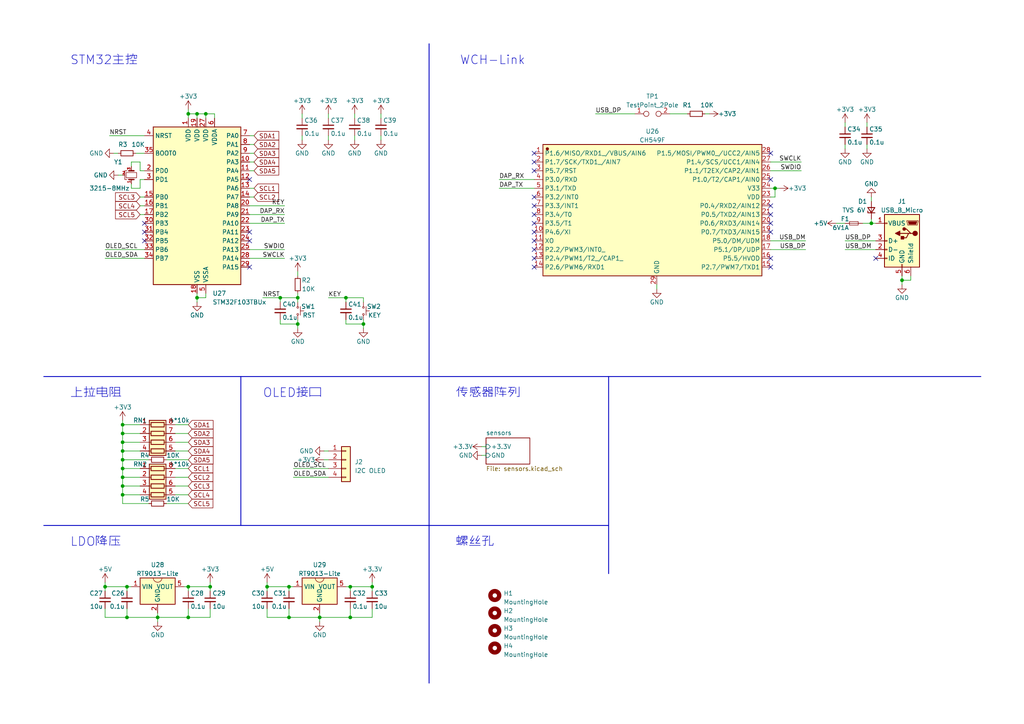
<source format=kicad_sch>
(kicad_sch (version 20230121) (generator eeschema)
  (paper "A4")
  (title_block (date "2023-06-11"))
  (lib_symbols
    (symbol "Connector:TestPoint_2Pole" (pin_names (offset 0.762) hide)
      (property "Reference" "TP" (at 0 1.524 0))
      (property "Value" "TestPoint_2Pole" (at 0 -1.778 0))
      (symbol "TestPoint_2Pole_0_1"
        (circle (center -1.778 0) (radius 0.762))
        (circle (center 1.778 0) (radius 0.762))
        (pin passive line (at -5.08 0 0) (length 2.54) (name "1") (number "1"))
        (pin passive line (at 5.08 0 180) (length 2.54) (name "2") (number "2"))
      )
    )
    (symbol "Connector:USB_B_Micro" (pin_names (offset 1.016))
      (property "Reference" "J" (at -5.08 11.43 0))
      (property "Value" "USB_B_Micro" (at -5.08 8.89 0))
      (symbol "USB_B_Micro_0_1"
        (rectangle (start -5.08 -7.62) (end 5.08 7.62) (stroke (width 0.254)) (fill (type background)))
        (circle (center -3.81 2.159) (radius 0.635) (stroke (width 0.254)) (fill (type outline)))
        (circle (center -0.635 3.429) (radius 0.381) (stroke (width 0.254)) (fill (type outline)))
        (rectangle (start -0.127 -7.62) (end 0.127 -6.858))
        (polyline (pts (xy -1.905 2.159) (xy 0.635 2.159)) (stroke (width 0.254)))
        (polyline (pts (xy -3.175 2.159) (xy -2.54 2.159) (xy -1.27 3.429) (xy -0.635 3.429)) (stroke (width 0.254)))
        (polyline (pts (xy -2.54 2.159) (xy -1.905 2.159) (xy -1.27 0.889) (xy 0 0.889)) (stroke (width 0.254)))
        (polyline (pts (xy 0.635 2.794) (xy 0.635 1.524) (xy 1.905 2.159) (xy 0.635 2.794)) (stroke (width 0.254)) (fill (type outline)))
        (polyline (pts (xy -4.318 5.588) (xy -1.778 5.588) (xy -2.032 4.826) (xy -4.064 4.826) (xy -4.318 5.588)) (fill (type outline)))
        (polyline (pts (xy -4.699 5.842) (xy -4.699 5.588) (xy -4.445 4.826) (xy -4.445 4.572) (xy -1.651 4.572) (xy -1.651 4.826) (xy -1.397 5.588) (xy -1.397 5.842) (xy -4.699 5.842)))
        (rectangle (start 0.254 1.27) (end -0.508 0.508) (stroke (width 0.254)) (fill (type outline)))
        (rectangle (start 5.08 -5.207) (end 4.318 -4.953))
        (rectangle (start 5.08 -2.667) (end 4.318 -2.413))
        (rectangle (start 5.08 -0.127) (end 4.318 0.127))
        (rectangle (start 5.08 4.953) (end 4.318 5.207))
      )
      (symbol "USB_B_Micro_1_1"
        (pin power_out line (at 7.62 5.08 180) (length 2.54) (name "VBUS") (number "1"))
        (pin bidirectional line (at 7.62 -2.54 180) (length 2.54) (name "D-") (number "2"))
        (pin bidirectional line (at 7.62 0 180) (length 2.54) (name "D+") (number "3"))
        (pin passive line (at 7.62 -5.08 180) (length 2.54) (name "ID") (number "4"))
        (pin power_out line (at 0 -10.16 90) (length 2.54) (name "GND") (number "5"))
        (pin passive line (at -2.54 -10.16 90) (length 2.54) (name "Shield") (number "6"))
      )
    )
    (symbol "Connector_Generic:Conn_01x04" (pin_names (offset 1.016) hide)
      (property "Reference" "J" (at 0 5.08 0))
      (property "Value" "Conn_01x04" (at 0 -7.62 0))
      (symbol "Conn_01x04_1_1"
        (rectangle (start -1.27 -4.953) (end 0 -5.207) (stroke (width 0.1524)))
        (rectangle (start -1.27 -2.413) (end 0 -2.667) (stroke (width 0.1524)))
        (rectangle (start -1.27 0.127) (end 0 -0.127) (stroke (width 0.1524)))
        (rectangle (start -1.27 2.667) (end 0 2.413) (stroke (width 0.1524)))
        (rectangle (start -1.27 3.81) (end 1.27 -6.35) (stroke (width 0.254)) (fill (type background)))
        (pin passive line (at -5.08 2.54 0) (length 3.81) (name "Pin_1") (number "1"))
        (pin passive line (at -5.08 0 0) (length 3.81) (name "Pin_2") (number "2"))
        (pin passive line (at -5.08 -2.54 0) (length 3.81) (name "Pin_3") (number "3"))
        (pin passive line (at -5.08 -5.08 0) (length 3.81) (name "Pin_4") (number "4"))
      )
    )
    (symbol "Device:C_Small" (pin_numbers hide) (pin_names (offset 0.254) hide)
      (property "Reference" "C" (at 0.254 1.778 0))
      (property "Value" "C_Small" (at 0.254 -2.032 0))
      (symbol "C_Small_0_1"
        (polyline (pts (xy -1.524 -0.508) (xy 1.524 -0.508)) (stroke (width 0.3302)))
        (polyline (pts (xy -1.524 0.508) (xy 1.524 0.508)) (stroke (width 0.3048)))
      )
      (symbol "C_Small_1_1"
        (pin passive line (at 0 2.54 270) (length 2.032) (name "~") (number "1"))
        (pin passive line (at 0 -2.54 90) (length 2.032) (name "~") (number "2"))
      )
    )
    (symbol "Device:Crystal_GND2_Small" (pin_names (offset 1.016) hide)
      (property "Reference" "Y" (at 0 5.08 0))
      (property "Value" "Crystal_GND2_Small" (at 0 3.175 0))
      (symbol "Crystal_GND2_Small_0_1"
        (rectangle (start -0.762 -1.524) (end 0.762 1.524))
        (polyline (pts (xy -1.27 -0.762) (xy -1.27 0.762)) (stroke (width 0.381)))
        (polyline (pts (xy 1.27 -0.762) (xy 1.27 0.762)) (stroke (width 0.381)))
        (polyline (pts (xy -1.27 -1.27) (xy -1.27 -1.905) (xy 1.27 -1.905) (xy 1.27 -1.27)))
      )
      (symbol "Crystal_GND2_Small_1_1"
        (pin passive line (at -2.54 0 0) (length 1.27) (name "1") (number "1"))
        (pin passive line (at 0 -2.54 90) (length 0.635) (name "2") (number "2"))
        (pin passive line (at 2.54 0 180) (length 1.27) (name "3") (number "3"))
      )
    )
    (symbol "Device:D_Zener_Small" (pin_numbers hide) (pin_names (offset 0.254) hide)
      (property "Reference" "D" (at 0 2.286 0))
      (property "Value" "D_Zener_Small" (at 0 -2.286 0))
      (symbol "D_Zener_Small_0_1"
        (polyline (pts (xy 0.762 0) (xy -0.762 0)))
        (polyline (pts (xy -0.254 1.016) (xy -0.762 1.016) (xy -0.762 -1.016)) (stroke (width 0.254)))
        (polyline (pts (xy 0.762 1.016) (xy -0.762 0) (xy 0.762 -1.016) (xy 0.762 1.016)) (stroke (width 0.254)))
      )
      (symbol "D_Zener_Small_1_1"
        (pin passive line (at -2.54 0 0) (length 1.778) (name "K") (number "1"))
        (pin passive line (at 2.54 0 180) (length 1.778) (name "A") (number "2"))
      )
    )
    (symbol "Device:Fuse_Small" (pin_numbers hide) (pin_names (offset 0.254) hide)
      (property "Reference" "F" (at 0 -1.524 0))
      (property "Value" "Fuse_Small" (at 0 1.524 0))
      (symbol "Fuse_Small_0_1"
        (rectangle (start -1.27 0.508) (end 1.27 -0.508))
        (polyline (pts (xy -1.27 0) (xy 1.27 0)))
      )
      (symbol "Fuse_Small_1_1"
        (pin passive line (at -2.54 0 0) (length 1.27) (name "~") (number "1"))
        (pin passive line (at 2.54 0 180) (length 1.27) (name "~") (number "2"))
      )
    )
    (symbol "Device:R_Pack04" (pin_names (offset 0) hide)
      (property "Reference" "RN" (at -7.62 0 90))
      (property "Value" "R_Pack04" (at 5.08 0 90))
      (symbol "R_Pack04_0_1"
        (rectangle (start -6.35 -2.413) (end 3.81 2.413) (stroke (width 0.254)) (fill (type background)))
        (rectangle (start -5.715 1.905) (end -4.445 -1.905) (stroke (width 0.254)))
        (rectangle (start -3.175 1.905) (end -1.905 -1.905) (stroke (width 0.254)))
        (rectangle (start -0.635 1.905) (end 0.635 -1.905) (stroke (width 0.254)))
        (polyline (pts (xy -5.08 -2.54) (xy -5.08 -1.905)))
        (polyline (pts (xy -5.08 1.905) (xy -5.08 2.54)))
        (polyline (pts (xy -2.54 -2.54) (xy -2.54 -1.905)))
        (polyline (pts (xy -2.54 1.905) (xy -2.54 2.54)))
        (polyline (pts (xy 0 -2.54) (xy 0 -1.905)))
        (polyline (pts (xy 0 1.905) (xy 0 2.54)))
        (polyline (pts (xy 2.54 -2.54) (xy 2.54 -1.905)))
        (polyline (pts (xy 2.54 1.905) (xy 2.54 2.54)))
        (rectangle (start 1.905 1.905) (end 3.175 -1.905) (stroke (width 0.254)))
      )
      (symbol "R_Pack04_1_1"
        (pin passive line (at -5.08 -5.08 90) (length 2.54) (name "R1.1") (number "1"))
        (pin passive line (at -2.54 -5.08 90) (length 2.54) (name "R2.1") (number "2"))
        (pin passive line (at 0 -5.08 90) (length 2.54) (name "R3.1") (number "3"))
        (pin passive line (at 2.54 -5.08 90) (length 2.54) (name "R4.1") (number "4"))
        (pin passive line (at 2.54 5.08 270) (length 2.54) (name "R4.2") (number "5"))
        (pin passive line (at 0 5.08 270) (length 2.54) (name "R3.2") (number "6"))
        (pin passive line (at -2.54 5.08 270) (length 2.54) (name "R2.2") (number "7"))
        (pin passive line (at -5.08 5.08 270) (length 2.54) (name "R1.2") (number "8"))
      )
    )
    (symbol "Device:R_Small" (pin_numbers hide) (pin_names (offset 0.254) hide)
      (property "Reference" "R" (at 0.762 0.508 0))
      (property "Value" "R_Small" (at 0.762 -1.016 0))
      (symbol "R_Small_0_1"
        (rectangle (start -0.762 1.778) (end 0.762 -1.778) (stroke (width 0.2032)))
      )
      (symbol "R_Small_1_1"
        (pin passive line (at 0 2.54 270) (length 0.762) (name "~") (number "1"))
        (pin passive line (at 0 -2.54 90) (length 0.762) (name "~") (number "2"))
      )
    )
    (symbol "MCU_ST_STM32F1:STM32F103TBUx"
      (property "Reference" "U" (at -12.7 24.13 0))
      (property "Value" "STM32F103TBUx" (at 7.62 24.13 0))
      (symbol "STM32F103TBUx_0_1"
        (rectangle (start -12.7 -22.86) (end 12.7 22.86) (stroke (width 0.254)) (fill (type background)))
      )
      (symbol "STM32F103TBUx_1_1"
        (pin power_in line (at -2.54 25.4 270) (length 2.54) (name "VDD") (number "1"))
        (pin bidirectional line (at 15.24 12.7 180) (length 2.54) (name "PA3") (number "10"))
        (pin bidirectional line (at 15.24 10.16 180) (length 2.54) (name "PA4") (number "11"))
        (pin bidirectional line (at 15.24 7.62 180) (length 2.54) (name "PA5") (number "12"))
        (pin bidirectional line (at 15.24 5.08 180) (length 2.54) (name "PA6") (number "13"))
        (pin bidirectional line (at 15.24 2.54 180) (length 2.54) (name "PA7") (number "14"))
        (pin bidirectional line (at -15.24 2.54 0) (length 2.54) (name "PB0") (number "15"))
        (pin bidirectional line (at -15.24 0 0) (length 2.54) (name "PB1") (number "16"))
        (pin bidirectional line (at -15.24 -2.54 0) (length 2.54) (name "PB2") (number "17"))
        (pin power_in line (at 0 -25.4 90) (length 2.54) (name "VSS") (number "18"))
        (pin power_in line (at 0 25.4 270) (length 2.54) (name "VDD") (number "19"))
        (pin bidirectional line (at -15.24 10.16 0) (length 2.54) (name "PD0") (number "2"))
        (pin bidirectional line (at 15.24 0 180) (length 2.54) (name "PA8") (number "20"))
        (pin bidirectional line (at 15.24 -2.54 180) (length 2.54) (name "PA9") (number "21"))
        (pin bidirectional line (at 15.24 -5.08 180) (length 2.54) (name "PA10") (number "22"))
        (pin bidirectional line (at 15.24 -7.62 180) (length 2.54) (name "PA11") (number "23"))
        (pin bidirectional line (at 15.24 -10.16 180) (length 2.54) (name "PA12") (number "24"))
        (pin bidirectional line (at 15.24 -12.7 180) (length 2.54) (name "PA13") (number "25"))
        (pin passive line (at 0 -25.4 90) (length 2.54) hide (name "VSS") (number "26"))
        (pin power_in line (at 2.54 25.4 270) (length 2.54) (name "VDD") (number "27"))
        (pin bidirectional line (at 15.24 -15.24 180) (length 2.54) (name "PA14") (number "28"))
        (pin bidirectional line (at 15.24 -17.78 180) (length 2.54) (name "PA15") (number "29"))
        (pin bidirectional line (at -15.24 7.62 0) (length 2.54) (name "PD1") (number "3"))
        (pin bidirectional line (at -15.24 -5.08 0) (length 2.54) (name "PB3") (number "30"))
        (pin bidirectional line (at -15.24 -7.62 0) (length 2.54) (name "PB4") (number "31"))
        (pin bidirectional line (at -15.24 -10.16 0) (length 2.54) (name "PB5") (number "32"))
        (pin bidirectional line (at -15.24 -12.7 0) (length 2.54) (name "PB6") (number "33"))
        (pin bidirectional line (at -15.24 -15.24 0) (length 2.54) (name "PB7") (number "34"))
        (pin input line (at -15.24 15.24 0) (length 2.54) (name "BOOT0") (number "35"))
        (pin passive line (at 0 -25.4 90) (length 2.54) hide (name "VSS") (number "36"))
        (pin passive line (at 0 -25.4 90) (length 2.54) hide (name "VSS") (number "37"))
        (pin input line (at -15.24 20.32 0) (length 2.54) (name "NRST") (number "4"))
        (pin power_in line (at 2.54 -25.4 90) (length 2.54) (name "VSSA") (number "5"))
        (pin power_in line (at 5.08 25.4 270) (length 2.54) (name "VDDA") (number "6"))
        (pin bidirectional line (at 15.24 20.32 180) (length 2.54) (name "PA0") (number "7"))
        (pin bidirectional line (at 15.24 17.78 180) (length 2.54) (name "PA1") (number "8"))
        (pin bidirectional line (at 15.24 15.24 180) (length 2.54) (name "PA2") (number "9"))
      )
    )
    (symbol "Mechanical:MountingHole" (pin_names (offset 1.016))
      (property "Reference" "H" (at 0 5.08 0))
      (property "Value" "MountingHole" (at 0 3.175 0))
      (symbol "MountingHole_0_1"
        (circle (center 0 0) (radius 1.27) (stroke (width 1.27)))
      )
    )
    (symbol "hgf_lib:CH549F"
      (property "Reference" "U" (at 0 25.4 0))
      (property "Value" "CH549F" (at 0 22.86 0))
      (symbol "CH549F_1_1"
        (rectangle (start -33.02 20.32) (end 30.48 -17.78) (stroke (width 0.254)) (fill (type background)))
        (circle (center -31.75 19.05) (radius 0.381) (stroke (width 0.1524)) (fill (type outline)))
        (pin input line (at -35.56 17.78 0) (length 2.54) (name "P1.6/MISO/RXD1_/VBUS/AIN6") (number "1"))
        (pin input line (at -35.56 -5.08 0) (length 2.54) (name "P4.6/XI") (number "10"))
        (pin input line (at -35.56 -7.62 0) (length 2.54) (name "XO") (number "11"))
        (pin input line (at -35.56 -10.16 0) (length 2.54) (name "P2.2/PWM3/INT0_") (number "12"))
        (pin input line (at -35.56 -12.7 0) (length 2.54) (name "P2.4/PWM1/T2_/CAP1_") (number "13"))
        (pin input line (at -35.56 -15.24 0) (length 2.54) (name "P2.6/PWM6/RXD1") (number "14"))
        (pin input line (at 33.02 -15.24 180) (length 2.54) (name "P2.7/PWM7/TXD1") (number "15"))
        (pin input line (at 33.02 -12.7 180) (length 2.54) (name "P5.5/HVOD") (number "16"))
        (pin input line (at 33.02 -10.16 180) (length 2.54) (name "P5.1/DP/UDP") (number "17"))
        (pin input line (at 33.02 -7.62 180) (length 2.54) (name "P5.0/DM/UDM") (number "18"))
        (pin input line (at 33.02 -5.08 180) (length 2.54) (name "P0.7/TXD3/AIN15") (number "19"))
        (pin input line (at -35.56 15.24 0) (length 2.54) (name "P1.7/SCK/TXD1_/AIN7") (number "2"))
        (pin input line (at 33.02 -2.54 180) (length 2.54) (name "P0.6/RXD3/AIN14") (number "20"))
        (pin input line (at 33.02 0 180) (length 2.54) (name "P0.5/TXD2/AIN13") (number "21"))
        (pin input line (at 33.02 2.54 180) (length 2.54) (name "P0.4/RXD2/AIN12") (number "22"))
        (pin input line (at 33.02 5.08 180) (length 2.54) (name "VDD") (number "23"))
        (pin input line (at 33.02 7.62 180) (length 2.54) (name "V33") (number "24"))
        (pin input line (at 33.02 10.16 180) (length 2.54) (name "P1.0/T2/CAP1/AIN0") (number "25"))
        (pin input line (at 33.02 12.7 180) (length 2.54) (name "P1.1/T2EX/CAP2/AIN1") (number "26"))
        (pin input line (at 33.02 15.24 180) (length 2.54) (name "P1.4/SCS/UCC1/AIN4") (number "27"))
        (pin input line (at 33.02 17.78 180) (length 2.54) (name "P1.5/MOSI/PWM0_/UCC2/AIN5") (number "28"))
        (pin input line (at 0 -20.32 90) (length 2.54) (name "GND") (number "29"))
        (pin input line (at -35.56 12.7 0) (length 2.54) (name "P5.7/RST") (number "3"))
        (pin input line (at -35.56 10.16 0) (length 2.54) (name "P3.0/RXD") (number "4"))
        (pin input line (at -35.56 7.62 0) (length 2.54) (name "P3.1/TXD") (number "5"))
        (pin input line (at -35.56 5.08 0) (length 2.54) (name "P3.2/INT0") (number "6"))
        (pin input line (at -35.56 2.54 0) (length 2.54) (name "P3.3/INT1") (number "7"))
        (pin input line (at -35.56 0 0) (length 2.54) (name "P3.4/T0") (number "8"))
        (pin input line (at -35.56 -2.54 0) (length 2.54) (name "P3.5/T1") (number "9"))
      )
    )
    (symbol "hgf_lib:RT9013-Lite"
      (property "Reference" "U" (at 0 10.16 0))
      (property "Value" "RT9013-Lite" (at 0 7.62 0))
      (symbol "RT9013-Lite_0_0"
        (pin power_in line (at -7.62 2.54 0) (length 2.54) (name "VIN") (number "1"))
        (pin power_in line (at 0 -5.08 90) (length 2.54) (name "GND") (number "2"))
        (pin input line (at -7.62 2.54 0) (length 2.54) hide (name "EN") (number "3"))
        (pin no_connect line (at 7.62 0 180) (length 2.54) hide (name "NC") (number "4"))
        (pin power_out line (at 7.62 2.54 180) (length 2.54) (name "VOUT") (number "5"))
      )
      (symbol "RT9013-Lite_0_1"
        (rectangle (start -5.08 5.08) (end 5.08 -2.54) (stroke (width 0.254)) (fill (type background)))
        (arc (start -1.27 5.08) (mid 0 3.8484) (end 1.27 5.08))
      )
    )
    (symbol "hgf_lib:SW_Push_Small"
      (property "Reference" "SW" (at 0 8.89 0))
      (property "Value" "SW_Push_Small" (at 0 6.35 0))
      (symbol "SW_Push_Small_0_0"
        (pin passive line (at -2.54 0 0) (length 1.27) hide (name "1") (number "1"))
        (pin passive line (at 2.54 0 180) (length 1.27) hide (name "2") (number "2"))
      )
      (symbol "SW_Push_Small_0_1"
        (circle (center -1.016 0) (radius 0.254))
        (polyline (pts (xy -2.54 0) (xy -1.27 0)))
        (polyline (pts (xy -1.27 0.762) (xy 1.27 0.762)))
        (polyline (pts (xy 0 0.762) (xy 0 1.778)))
        (polyline (pts (xy 1.27 0) (xy 2.54 0)))
        (circle (center 1.016 0) (radius 0.254))
      )
    )
    (symbol "power:+3.3V" (power) (pin_names (offset 0))
      (property "Value" "+3.3V" (at 0 3.556 0))
      (symbol "+3.3V_0_1"
        (polyline (pts (xy -0.762 1.27) (xy 0 2.54)))
        (polyline (pts (xy 0 0) (xy 0 2.54)))
        (polyline (pts (xy 0 2.54) (xy 0.762 1.27)))
      )
      (symbol "+3.3V_1_1"
        (pin power_in line (at 0 0 90) (length 0) hide (name "+3.3V") (number "1"))
      )
    )
    (symbol "power:+3V3" (power) (pin_names (offset 0))
      (property "Value" "+3V3" (at 0 3.556 0))
      (symbol "+3V3_0_1"
        (polyline (pts (xy -0.762 1.27) (xy 0 2.54)))
        (polyline (pts (xy 0 0) (xy 0 2.54)))
        (polyline (pts (xy 0 2.54) (xy 0.762 1.27)))
      )
      (symbol "+3V3_1_1"
        (pin power_in line (at 0 0 90) (length 0) hide (name "+3V3") (number "1"))
      )
    )
    (symbol "power:+5V" (power) (pin_names (offset 0))
      (property "Value" "+5V" (at 0 3.556 0))
      (symbol "+5V_0_1"
        (polyline (pts (xy -0.762 1.27) (xy 0 2.54)))
        (polyline (pts (xy 0 0) (xy 0 2.54)))
        (polyline (pts (xy 0 2.54) (xy 0.762 1.27)))
      )
      (symbol "+5V_1_1"
        (pin power_in line (at 0 0 90) (length 0) hide (name "+5V") (number "1"))
      )
    )
    (symbol "power:GND" (power) (pin_names (offset 0))
      (property "Value" "GND" (at 0 -3.81 0))
      (symbol "GND_0_1"
        (polyline (pts (xy 0 0) (xy 0 -1.27) (xy 1.27 -1.27) (xy 0 -2.54) (xy -1.27 -1.27) (xy 0 -1.27)))
      )
      (symbol "GND_1_1"
        (pin power_in line (at 0 0 270) (length 0) hide (name "GND") (number "1"))
      )
    )
  )
  (junction (at 92.71 179.07))
  (junction (at 105.41 93.98))
  (junction (at 35.56 135.89))
  (junction (at 54.61 170.18))
  (junction (at 35.56 128.27))
  (junction (at 101.6 179.07))
  (junction (at 35.56 138.43))
  (junction (at 83.82 170.18))
  (junction (at 107.95 170.18))
  (junction (at 30.48 170.18))
  (junction (at 35.56 133.35))
  (junction (at 60.96 170.18))
  (junction (at 54.61 179.07))
  (junction (at 35.56 140.97))
  (junction (at 81.28 86.36))
  (junction (at 57.15 86.36))
  (junction (at 101.6 170.18))
  (junction (at 252.73 64.77))
  (junction (at 54.61 33.02))
  (junction (at 83.82 179.07))
  (junction (at 35.56 125.73))
  (junction (at 261.62 81.28))
  (junction (at 100.33 86.36))
  (junction (at 57.15 33.02))
  (junction (at 36.83 179.07))
  (junction (at 35.56 130.81))
  (junction (at 35.56 143.51))
  (junction (at 224.79 54.61))
  (junction (at 59.69 33.02))
  (junction (at 77.47 170.18))
  (junction (at 35.56 123.19))
  (junction (at 86.36 86.36))
  (junction (at 36.83 170.18))
  (junction (at 45.72 179.07))
  (junction (at 86.36 93.98))
  (no_connect (at 41.91 64.77))
  (no_connect (at 254 74.93))
  (no_connect (at 154.94 64.77))
  (no_connect (at 223.52 44.45))
  (no_connect (at 154.94 67.31))
  (no_connect (at 154.94 59.69))
  (no_connect (at 154.94 72.39))
  (no_connect (at 223.52 62.23))
  (no_connect (at 154.94 74.93))
  (no_connect (at 41.91 69.85))
  (no_connect (at 154.94 46.99))
  (no_connect (at 154.94 49.53))
  (no_connect (at 223.52 64.77))
  (no_connect (at 223.52 77.47))
  (no_connect (at 72.39 69.85))
  (no_connect (at 154.94 57.15))
  (no_connect (at 72.39 77.47))
  (no_connect (at 223.52 74.93))
  (no_connect (at 72.39 67.31))
  (no_connect (at 223.52 59.69))
  (no_connect (at 154.94 44.45))
  (no_connect (at 154.94 62.23))
  (no_connect (at 41.91 67.31))
  (no_connect (at 154.94 77.47))
  (no_connect (at 223.52 52.07))
  (no_connect (at 223.52 67.31))
  (no_connect (at 72.39 52.07))
  (no_connect (at 154.94 69.85))
  (wire (pts (xy 39.37 44.45) (xy 41.91 44.45)))
  (wire (pts (xy 35.56 135.89) (xy 40.64 135.89)))
  (wire (pts (xy 35.56 138.43) (xy 35.56 140.97)))
  (wire (pts (xy 30.48 74.93) (xy 41.91 74.93)))
  (polyline (pts (xy 12.7 109.22) (xy 124.46 109.22)) (stroke (width 0.254)))
  (wire (pts (xy 34.29 50.8) (xy 35.56 50.8)))
  (wire (pts (xy 73.66 46.99) (xy 72.39 46.99)))
  (wire (pts (xy 31.75 39.37) (xy 41.91 39.37)))
  (wire (pts (xy 40.64 46.99) (xy 38.1 46.99)))
  (wire (pts (xy 233.68 69.85) (xy 223.52 69.85)))
  (wire (pts (xy 261.62 81.28) (xy 261.62 82.55)))
  (wire (pts (xy 54.61 31.75) (xy 54.61 33.02)))
  (wire (pts (xy 110.49 33.02) (xy 110.49 34.29)))
  (wire (pts (xy 35.56 123.19) (xy 40.64 123.19)))
  (wire (pts (xy 41.91 49.53) (xy 40.64 49.53)))
  (wire (pts (xy 40.64 57.15) (xy 41.91 57.15)))
  (wire (pts (xy 45.72 177.8) (xy 45.72 179.07)))
  (wire (pts (xy 194.31 33.02) (xy 199.39 33.02)))
  (wire (pts (xy 35.56 128.27) (xy 40.64 128.27)))
  (polyline (pts (xy 124.46 152.4) (xy 124.46 198.12)) (stroke (width 0.254)))
  (wire (pts (xy 62.23 34.29) (xy 62.23 33.02)))
  (wire (pts (xy 95.25 33.02) (xy 95.25 34.29)))
  (polyline (pts (xy 124.46 152.4) (xy 176.53 152.4)) (stroke (width 0.254)))
  (wire (pts (xy 251.46 43.18) (xy 251.46 41.91)))
  (wire (pts (xy 35.56 135.89) (xy 35.56 138.43)))
  (wire (pts (xy 35.56 140.97) (xy 40.64 140.97)))
  (wire (pts (xy 50.8 125.73) (xy 54.61 125.73)))
  (wire (pts (xy 261.62 80.01) (xy 261.62 81.28)))
  (wire (pts (xy 40.64 62.23) (xy 41.91 62.23)))
  (wire (pts (xy 95.25 86.36) (xy 100.33 86.36)))
  (wire (pts (xy 105.41 86.36) (xy 105.41 87.63)))
  (wire (pts (xy 144.78 52.07) (xy 154.94 52.07)))
  (polyline (pts (xy 124.46 109.22) (xy 284.48 109.22)) (stroke (width 0.254)))
  (wire (pts (xy 144.78 54.61) (xy 154.94 54.61)))
  (wire (pts (xy 36.83 170.18) (xy 36.83 171.45)))
  (wire (pts (xy 107.95 176.53) (xy 107.95 179.07)))
  (wire (pts (xy 82.55 64.77) (xy 72.39 64.77)))
  (wire (pts (xy 38.1 170.18) (xy 36.83 170.18)))
  (wire (pts (xy 35.56 133.35) (xy 43.18 133.35)))
  (wire (pts (xy 38.1 54.61) (xy 38.1 53.34)))
  (wire (pts (xy 101.6 170.18) (xy 107.95 170.18)))
  (wire (pts (xy 223.52 54.61) (xy 224.79 54.61)))
  (wire (pts (xy 110.49 40.64) (xy 110.49 39.37)))
  (wire (pts (xy 50.8 130.81) (xy 54.61 130.81)))
  (wire (pts (xy 85.09 170.18) (xy 83.82 170.18)))
  (wire (pts (xy 107.95 168.91) (xy 107.95 170.18)))
  (wire (pts (xy 76.2 86.36) (xy 81.28 86.36)))
  (polyline (pts (xy 124.46 12.7) (xy 124.46 109.22)) (stroke (width 0.254)))
  (polyline (pts (xy 124.46 109.22) (xy 124.46 152.4)) (stroke (width 0.254)))
  (wire (pts (xy 86.36 78.74) (xy 86.36 80.01)))
  (wire (pts (xy 102.87 33.02) (xy 102.87 34.29)))
  (wire (pts (xy 59.69 86.36) (xy 57.15 86.36)))
  (wire (pts (xy 205.74 33.02) (xy 204.47 33.02)))
  (wire (pts (xy 190.5 83.82) (xy 190.5 82.55)))
  (wire (pts (xy 105.41 93.98) (xy 105.41 95.25)))
  (wire (pts (xy 54.61 176.53) (xy 54.61 179.07)))
  (wire (pts (xy 250.19 64.77) (xy 252.73 64.77)))
  (wire (pts (xy 36.83 179.07) (xy 45.72 179.07)))
  (wire (pts (xy 85.09 138.43) (xy 95.25 138.43)))
  (wire (pts (xy 95.25 133.35) (xy 93.98 133.35)))
  (wire (pts (xy 30.48 72.39) (xy 41.91 72.39)))
  (wire (pts (xy 35.56 143.51) (xy 35.56 146.05)))
  (wire (pts (xy 86.36 93.98) (xy 86.36 95.25)))
  (wire (pts (xy 50.8 128.27) (xy 54.61 128.27)))
  (wire (pts (xy 53.34 170.18) (xy 54.61 170.18)))
  (wire (pts (xy 35.56 130.81) (xy 40.64 130.81)))
  (wire (pts (xy 87.63 33.02) (xy 87.63 34.29)))
  (wire (pts (xy 60.96 170.18) (xy 60.96 171.45)))
  (wire (pts (xy 60.96 168.91) (xy 60.96 170.18)))
  (wire (pts (xy 30.48 179.07) (xy 36.83 179.07)))
  (wire (pts (xy 35.56 140.97) (xy 35.56 143.51)))
  (wire (pts (xy 73.66 44.45) (xy 72.39 44.45)))
  (wire (pts (xy 48.26 133.35) (xy 54.61 133.35)))
  (wire (pts (xy 245.11 72.39) (xy 254 72.39)))
  (wire (pts (xy 101.6 170.18) (xy 101.6 171.45)))
  (wire (pts (xy 92.71 179.07) (xy 92.71 180.34)))
  (wire (pts (xy 245.11 43.18) (xy 245.11 41.91)))
  (wire (pts (xy 139.7 132.08) (xy 140.97 132.08)))
  (wire (pts (xy 83.82 176.53) (xy 83.82 179.07)))
  (wire (pts (xy 252.73 63.5) (xy 252.73 64.77)))
  (wire (pts (xy 60.96 176.53) (xy 60.96 179.07)))
  (wire (pts (xy 35.56 125.73) (xy 35.56 128.27)))
  (wire (pts (xy 95.25 130.81) (xy 93.98 130.81)))
  (wire (pts (xy 95.25 40.64) (xy 95.25 39.37)))
  (wire (pts (xy 57.15 86.36) (xy 57.15 87.63)))
  (wire (pts (xy 73.66 39.37) (xy 72.39 39.37)))
  (wire (pts (xy 36.83 170.18) (xy 30.48 170.18)))
  (wire (pts (xy 252.73 57.15) (xy 252.73 58.42)))
  (wire (pts (xy 264.16 80.01) (xy 264.16 81.28)))
  (wire (pts (xy 57.15 33.02) (xy 57.15 34.29)))
  (wire (pts (xy 81.28 86.36) (xy 86.36 86.36)))
  (wire (pts (xy 35.56 133.35) (xy 35.56 135.89)))
  (wire (pts (xy 54.61 170.18) (xy 54.61 171.45)))
  (wire (pts (xy 50.8 143.51) (xy 54.61 143.51)))
  (wire (pts (xy 83.82 170.18) (xy 83.82 171.45)))
  (wire (pts (xy 40.64 49.53) (xy 40.64 46.99)))
  (wire (pts (xy 35.56 125.73) (xy 40.64 125.73)))
  (wire (pts (xy 83.82 170.18) (xy 77.47 170.18)))
  (wire (pts (xy 54.61 33.02) (xy 54.61 34.29)))
  (wire (pts (xy 40.64 59.69) (xy 41.91 59.69)))
  (wire (pts (xy 100.33 86.36) (xy 105.41 86.36)))
  (wire (pts (xy 92.71 179.07) (xy 101.6 179.07)))
  (wire (pts (xy 242.57 64.77) (xy 245.11 64.77)))
  (wire (pts (xy 100.33 93.98) (xy 105.41 93.98)))
  (wire (pts (xy 45.72 179.07) (xy 54.61 179.07)))
  (wire (pts (xy 45.72 179.07) (xy 45.72 180.34)))
  (wire (pts (xy 139.7 129.54) (xy 140.97 129.54)))
  (wire (pts (xy 35.56 123.19) (xy 35.56 125.73)))
  (wire (pts (xy 81.28 93.98) (xy 86.36 93.98)))
  (wire (pts (xy 107.95 170.18) (xy 107.95 171.45)))
  (wire (pts (xy 54.61 179.07) (xy 60.96 179.07)))
  (wire (pts (xy 40.64 54.61) (xy 38.1 54.61)))
  (wire (pts (xy 172.72 33.02) (xy 184.15 33.02)))
  (wire (pts (xy 101.6 179.07) (xy 107.95 179.07)))
  (wire (pts (xy 77.47 176.53) (xy 77.47 179.07)))
  (wire (pts (xy 86.36 86.36) (xy 86.36 85.09)))
  (wire (pts (xy 224.79 54.61) (xy 226.06 54.61)))
  (wire (pts (xy 105.41 93.98) (xy 105.41 92.71)))
  (wire (pts (xy 86.36 87.63) (xy 86.36 86.36)))
  (wire (pts (xy 50.8 135.89) (xy 54.61 135.89)))
  (wire (pts (xy 50.8 138.43) (xy 54.61 138.43)))
  (wire (pts (xy 73.66 57.15) (xy 72.39 57.15)))
  (wire (pts (xy 77.47 179.07) (xy 83.82 179.07)))
  (wire (pts (xy 35.56 121.92) (xy 35.56 123.19)))
  (wire (pts (xy 30.48 170.18) (xy 30.48 171.45)))
  (wire (pts (xy 59.69 85.09) (xy 59.69 86.36)))
  (wire (pts (xy 92.71 177.8) (xy 92.71 179.07)))
  (polyline (pts (xy 69.85 109.22) (xy 69.85 152.4)) (stroke (width 0.254)))
  (wire (pts (xy 232.41 46.99) (xy 223.52 46.99)))
  (polyline (pts (xy 12.7 152.4) (xy 124.46 152.4)) (stroke (width 0.254)))
  (wire (pts (xy 35.56 128.27) (xy 35.56 130.81)))
  (wire (pts (xy 35.56 130.81) (xy 35.56 133.35)))
  (wire (pts (xy 232.41 49.53) (xy 223.52 49.53)))
  (wire (pts (xy 77.47 170.18) (xy 77.47 171.45)))
  (wire (pts (xy 72.39 74.93) (xy 82.55 74.93)))
  (wire (pts (xy 87.63 40.64) (xy 87.63 39.37)))
  (wire (pts (xy 82.55 59.69) (xy 72.39 59.69)))
  (wire (pts (xy 86.36 93.98) (xy 86.36 92.71)))
  (polyline (pts (xy 176.53 109.22) (xy 176.53 166.37)) (stroke (width 0.254)))
  (wire (pts (xy 40.64 52.07) (xy 40.64 54.61)))
  (wire (pts (xy 233.68 72.39) (xy 223.52 72.39)))
  (wire (pts (xy 57.15 85.09) (xy 57.15 86.36)))
  (wire (pts (xy 245.11 35.56) (xy 245.11 36.83)))
  (wire (pts (xy 85.09 135.89) (xy 95.25 135.89)))
  (wire (pts (xy 83.82 179.07) (xy 92.71 179.07)))
  (wire (pts (xy 100.33 170.18) (xy 101.6 170.18)))
  (wire (pts (xy 54.61 170.18) (xy 60.96 170.18)))
  (wire (pts (xy 59.69 33.02) (xy 62.23 33.02)))
  (wire (pts (xy 41.91 52.07) (xy 40.64 52.07)))
  (wire (pts (xy 73.66 49.53) (xy 72.39 49.53)))
  (wire (pts (xy 82.55 62.23) (xy 72.39 62.23)))
  (wire (pts (xy 50.8 123.19) (xy 54.61 123.19)))
  (wire (pts (xy 81.28 92.71) (xy 81.28 93.98)))
  (wire (pts (xy 251.46 35.56) (xy 251.46 36.83)))
  (wire (pts (xy 101.6 176.53) (xy 101.6 179.07)))
  (wire (pts (xy 36.83 176.53) (xy 36.83 179.07)))
  (wire (pts (xy 33.02 44.45) (xy 34.29 44.45)))
  (wire (pts (xy 72.39 72.39) (xy 82.55 72.39)))
  (wire (pts (xy 102.87 40.64) (xy 102.87 39.37)))
  (wire (pts (xy 77.47 168.91) (xy 77.47 170.18)))
  (wire (pts (xy 38.1 46.99) (xy 38.1 48.26)))
  (wire (pts (xy 54.61 33.02) (xy 57.15 33.02)))
  (wire (pts (xy 30.48 168.91) (xy 30.48 170.18)))
  (wire (pts (xy 50.8 140.97) (xy 54.61 140.97)))
  (wire (pts (xy 264.16 81.28) (xy 261.62 81.28)))
  (wire (pts (xy 81.28 87.63) (xy 81.28 86.36)))
  (wire (pts (xy 73.66 41.91) (xy 72.39 41.91)))
  (wire (pts (xy 48.26 146.05) (xy 54.61 146.05)))
  (wire (pts (xy 100.33 87.63) (xy 100.33 86.36)))
  (wire (pts (xy 57.15 33.02) (xy 59.69 33.02)))
  (wire (pts (xy 73.66 54.61) (xy 72.39 54.61)))
  (wire (pts (xy 245.11 69.85) (xy 254 69.85)))
  (wire (pts (xy 59.69 33.02) (xy 59.69 34.29)))
  (wire (pts (xy 35.56 138.43) (xy 40.64 138.43)))
  (wire (pts (xy 35.56 146.05) (xy 43.18 146.05)))
  (wire (pts (xy 35.56 143.51) (xy 40.64 143.51)))
  (wire (pts (xy 100.33 92.71) (xy 100.33 93.98)))
  (wire (pts (xy 224.79 54.61) (xy 224.79 57.15)))
  (wire (pts (xy 252.73 64.77) (xy 254 64.77)))
  (wire (pts (xy 30.48 176.53) (xy 30.48 179.07)))
  (wire (pts (xy 223.52 57.15) (xy 224.79 57.15)))
  (text "WCH-Link" (at 133.35 19.05 0) (effects (font (size 2.54 2.54)) (justify left bottom)))
  (text "螺丝孔" (at 132.08 158.75 0) (effects (font (size 2.54 2.54)) (justify left bottom)))
  (text "STM32主控" (at 20.32 19.05 0) (effects (font (size 2.54 2.54)) (justify left bottom)))
  (text "上拉电阻" (at 20.32 115.57 0) (effects (font (size 2.54 2.54)) (justify left bottom)))
  (text "LDO降压" (at 20.32 158.75 0) (effects (font (size 2.54 2.54)) (justify left bottom)))
  (text "传感器阵列\n" (at 132.08 115.57 0) (effects (font (size 2.54 2.54)) (justify left bottom)))
  (text "OLED接口" (at 76.2 115.57 0) (effects (font (size 2.54 2.54)) (justify left bottom)))
  (label "SWCLK" (at 232.41 46.99 180))
  (label "OLED_SCL" (at 30.48 72.39 0))
  (label "USB_DP" (at 233.68 72.39 180))
  (label "SWDIO" (at 232.41 49.53 180))
  (label "OLED_SCL" (at 85.09 135.89 0))
  (label "NRST" (at 76.2 86.36 0))
  (label "DAP_RX" (at 82.55 62.23 180))
  (label "KEY" (at 82.55 59.69 180))
  (label "DAP_RX" (at 144.78 52.07 0))
  (label "DAP_TX" (at 144.78 54.61 0))
  (label "SWCLK" (at 82.55 74.93 180))
  (label "DAP_TX" (at 82.55 64.77 180))
  (label "OLED_SDA" (at 30.48 74.93 0))
  (label "USB_DP" (at 245.11 69.85 0))
  (label "USB_DM" (at 245.11 72.39 0))
  (label "OLED_SDA" (at 85.09 138.43 0))
  (label "USB_DP" (at 172.72 33.02 0))
  (label "NRST" (at 31.75 39.37 0))
  (label "USB_DM" (at 233.68 69.85 180))
  (label "KEY" (at 95.25 86.36 0))
  (label "SWDIO" (at 82.55 72.39 180))
  (global_label "SDA4" (shape input) (at 54.61 130.81 0) (property "Intersheetrefs" "${INTERSHEET_REFS}" (effects hide)))
  (global_label "SDA2" (shape input) (at 73.66 41.91 0) (property "Intersheetrefs" "${INTERSHEET_REFS}" (effects hide)))
  (global_label "SDA5" (shape input) (at 54.61 133.35 0) (property "Intersheetrefs" "${INTERSHEET_REFS}" (effects hide)))
  (global_label "SDA3" (shape input) (at 54.61 128.27 0) (property "Intersheetrefs" "${INTERSHEET_REFS}" (effects hide)))
  (global_label "SCL3" (shape input) (at 54.61 140.97 0) (property "Intersheetrefs" "${INTERSHEET_REFS}" (effects hide)))
  (global_label "SCL3" (shape input) (at 40.64 57.15 180) (property "Intersheetrefs" "${INTERSHEET_REFS}" (effects hide)))
  (global_label "SCL1" (shape input) (at 54.61 135.89 0) (property "Intersheetrefs" "${INTERSHEET_REFS}" (effects hide)))
  (global_label "SDA1" (shape input) (at 73.66 39.37 0) (property "Intersheetrefs" "${INTERSHEET_REFS}" (effects hide)))
  (global_label "SDA2" (shape input) (at 54.61 125.73 0) (property "Intersheetrefs" "${INTERSHEET_REFS}" (effects hide)))
  (global_label "SCL4" (shape input) (at 40.64 59.69 180) (property "Intersheetrefs" "${INTERSHEET_REFS}" (effects hide)))
  (global_label "SCL2" (shape input) (at 73.66 57.15 0) (property "Intersheetrefs" "${INTERSHEET_REFS}" (effects hide)))
  (global_label "SDA5" (shape input) (at 73.66 49.53 0) (property "Intersheetrefs" "${INTERSHEET_REFS}" (effects hide)))
  (global_label "SCL2" (shape input) (at 54.61 138.43 0) (property "Intersheetrefs" "${INTERSHEET_REFS}" (effects hide)))
  (global_label "SCL5" (shape input) (at 54.61 146.05 0) (property "Intersheetrefs" "${INTERSHEET_REFS}" (effects hide)))
  (global_label "SCL1" (shape input) (at 73.66 54.61 0) (property "Intersheetrefs" "${INTERSHEET_REFS}" (effects hide)))
  (global_label "SDA1" (shape input) (at 54.61 123.19 0) (property "Intersheetrefs" "${INTERSHEET_REFS}" (effects hide)))
  (global_label "SCL4" (shape input) (at 54.61 143.51 0) (property "Intersheetrefs" "${INTERSHEET_REFS}" (effects hide)))
  (global_label "SDA4" (shape input) (at 73.66 46.99 0) (property "Intersheetrefs" "${INTERSHEET_REFS}" (effects hide)))
  (global_label "SCL5" (shape input) (at 40.64 62.23 180) (property "Intersheetrefs" "${INTERSHEET_REFS}" (effects hide)))
  (global_label "SDA3" (shape input) (at 73.66 44.45 0) (property "Intersheetrefs" "${INTERSHEET_REFS}" (effects hide)))
  (symbol (lib_id "hgf_lib:RT9013-Lite") (at 92.71 172.72 0) (unit 1)
    (property "Reference" "U29" (at 92.71 163.83 0))
    (property "Value" "RT9013-Lite" (at 92.71 166.37 0))
    (property "Footprint" "Package_TO_SOT_SMD:SOT-23-5" (effects hide))
  )
  (symbol (lib_id "Connector:USB_B_Micro") (at 261.62 69.85 0) (mirror y) (unit 1)
    (property "Reference" "J1" (at 261.62 58.42 0))
    (property "Value" "USB_B_Micro" (at 261.62 60.96 0))
    (property "Footprint" "Connector_USB:USB_Micro-B_Molex-105017-0001" (effects hide))
  )
  (symbol (lib_id "Device:R_Small") (at 36.83 44.45 270) (unit 1)
    (property "Reference" "R3" (at 34.29 41.91 90) (effects (justify left)))
    (property "Value" "10K" (at 38.1 41.91 90) (effects (justify left)))
    (property "Footprint" "Resistor_SMD:R_0402_1005Metric" (effects hide))
  )
  (symbol (lib_id "power:+3V3") (at 251.46 35.56 0) (unit 1)
    (property "Reference" "#PWR0120" (effects hide))
    (property "Value" "+3V3" (at 251.46 31.75 0))
  )
  (symbol (lib_id "hgf_lib:SW_Push_Small") (at 86.36 90.17 270) (mirror x) (unit 1)
    (property "Reference" "SW1" (at 91.44 88.9 90) (effects (justify right)))
    (property "Value" "RST" (at 91.44 91.44 90) (effects (justify right)))
    (property "Footprint" "Button_Switch_SMD:SW_Push_SPST_NO_Alps_SKRK" (effects hide))
  )
  (symbol (lib_id "power:GND") (at 261.62 82.55 0) (mirror y) (unit 1)
    (property "Reference" "#PWR0107" (effects hide))
    (property "Value" "GND" (at 261.62 86.36 0))
  )
  (symbol (lib_id "Device:C_Small") (at 110.49 36.83 0) (unit 1)
    (property "Reference" "C39" (at 111.125 34.925 0) (effects (justify left)))
    (property "Value" "0.1u" (at 111.125 38.735 0) (effects (justify left)))
    (property "Footprint" "Capacitor_SMD:C_0402_1005Metric" (effects hide))
  )
  (symbol (lib_id "power:GND") (at 92.71 180.34 0) (unit 1)
    (property "Reference" "#PWR0106" (effects hide))
    (property "Value" "GND" (at 92.71 184.15 0))
  )
  (symbol (lib_id "Device:C_Small") (at 95.25 36.83 0) (unit 1)
    (property "Reference" "C37" (at 95.885 34.925 0) (effects (justify left)))
    (property "Value" "0.1u" (at 95.885 38.735 0) (effects (justify left)))
    (property "Footprint" "Capacitor_SMD:C_0402_1005Metric" (effects hide))
  )
  (symbol (lib_id "Mechanical:MountingHole") (at 143.51 177.8 0) (unit 1)
    (property "Reference" "H2" (at 146.05 177.165 0) (effects (justify left)))
    (property "Value" "MountingHole" (at 146.05 179.705 0) (effects (justify left)))
    (property "Footprint" "MountingHole:MountingHole_3.2mm_M3" (effects hide))
  )
  (symbol (lib_id "hgf_lib:SW_Push_Small") (at 105.41 90.17 270) (mirror x) (unit 1)
    (property "Reference" "SW2" (at 110.49 88.9 90) (effects (justify right)))
    (property "Value" "KEY" (at 110.49 91.44 90) (effects (justify right)))
    (property "Footprint" "Button_Switch_SMD:SW_Push_SPST_NO_Alps_SKRK" (effects hide))
  )
  (symbol (lib_id "Device:C_Small") (at 87.63 36.83 0) (unit 1)
    (property "Reference" "C36" (at 88.265 34.925 0) (effects (justify left)))
    (property "Value" "0.1u" (at 88.265 38.735 0) (effects (justify left)))
    (property "Footprint" "Capacitor_SMD:C_0402_1005Metric" (effects hide))
  )
  (symbol (lib_id "Device:R_Small") (at 86.36 82.55 180) (unit 1)
    (property "Reference" "R2" (at 90.17 81.28 0) (effects (justify left)))
    (property "Value" "10K" (at 91.44 83.82 0) (effects (justify left)))
    (property "Footprint" "Resistor_SMD:R_0402_1005Metric" (effects hide))
  )
  (symbol (lib_id "Device:C_Small") (at 83.82 173.99 0) (mirror y) (unit 1)
    (property "Reference" "C31" (at 83.185 172.085 0) (effects (justify left)))
    (property "Value" "0.1u" (at 83.185 175.895 0) (effects (justify left)))
    (property "Footprint" "Capacitor_SMD:C_0402_1005Metric" (effects hide))
  )
  (symbol (lib_id "power:GND") (at 245.11 43.18 0) (unit 1)
    (property "Reference" "#PWR0119" (effects hide))
    (property "Value" "GND" (at 245.11 46.99 0))
  )
  (symbol (lib_id "Device:R_Pack04") (at 45.72 140.97 270) (unit 1)
    (property "Reference" "RN2" (at 40.64 134.62 90))
    (property "Value" "4*10k" (at 52.07 134.62 90))
    (property "Footprint" "Resistor_SMD:R_Array_Concave_4x0603" (effects hide))
  )
  (symbol (lib_id "Device:Fuse_Small") (at 247.65 64.77 0) (unit 1)
    (property "Reference" "F1" (at 245.11 63.5 0))
    (property "Value" "6V1A" (at 243.84 66.04 0))
    (property "Footprint" "Fuse:Fuse_0603_1608Metric" (effects hide))
  )
  (symbol (lib_id "Device:R_Small") (at 201.93 33.02 90) (unit 1)
    (property "Reference" "R1" (at 200.66 30.48 90) (effects (justify left)))
    (property "Value" "10K" (at 207.01 30.48 90) (effects (justify left)))
    (property "Footprint" "Resistor_SMD:R_0402_1005Metric" (effects hide))
  )
  (symbol (lib_id "power:GND") (at 110.49 40.64 0) (unit 1)
    (property "Reference" "#PWR0129" (effects hide))
    (property "Value" "GND" (at 110.49 44.45 0))
  )
  (symbol (lib_id "MCU_ST_STM32F1:STM32F103TBUx") (at 57.15 59.69 0) (unit 1)
    (property "Reference" "U27" (at 61.6459 85.09 0) (effects (justify left)))
    (property "Value" "STM32F103TBUx" (at 61.6459 87.63 0) (effects (justify left)))
    (property "Footprint" "Package_DFN_QFN:QFN-36-1EP_6x6mm_P0.5mm_EP4.1x4.1mm" (effects hide))
    (property "Datasheet" "https://www.st.com/resource/en/datasheet/stm32f103tb.pdf" (effects hide))
  )
  (symbol (lib_id "power:+3V3") (at 95.25 33.02 0) (unit 1)
    (property "Reference" "#PWR0124" (effects hide))
    (property "Value" "+3V3" (at 95.25 29.21 0))
  )
  (symbol (lib_id "Device:R_Small") (at 45.72 146.05 270) (unit 1)
    (property "Reference" "R5" (at 40.64 144.78 90) (effects (justify left)))
    (property "Value" "10K" (at 48.26 144.78 90) (effects (justify left)))
    (property "Footprint" "Resistor_SMD:R_0402_1005Metric" (effects hide))
  )
  (symbol (lib_id "power:+3V3") (at 102.87 33.02 0) (unit 1)
    (property "Reference" "#PWR0126" (effects hide))
    (property "Value" "+3V3" (at 102.87 29.21 0))
  )
  (symbol (lib_id "power:GND") (at 190.5 83.82 0) (unit 1)
    (property "Reference" "#PWR0114" (effects hide))
    (property "Value" "GND" (at 190.5 87.63 0))
  )
  (symbol (lib_id "Device:C_Small") (at 30.48 173.99 0) (mirror y) (unit 1)
    (property "Reference" "C27" (at 29.845 172.085 0) (effects (justify left)))
    (property "Value" "10u" (at 29.845 175.895 0) (effects (justify left)))
    (property "Footprint" "Capacitor_SMD:C_0402_1005Metric" (effects hide))
  )
  (symbol (lib_id "Connector:TestPoint_2Pole") (at 189.23 33.02 0) (unit 1)
    (property "Reference" "TP1" (at 189.23 27.94 0))
    (property "Value" "TestPoint_2Pole" (at 189.23 30.48 0))
    (property "Footprint" "Resistor_SMD:R_0402_1005Metric" (effects hide))
  )
  (symbol (lib_id "Device:C_Small") (at 101.6 173.99 0) (unit 1)
    (property "Reference" "C32" (at 102.235 172.085 0) (effects (justify left)))
    (property "Value" "0.1u" (at 102.235 175.895 0) (effects (justify left)))
    (property "Footprint" "Capacitor_SMD:C_0402_1005Metric" (effects hide))
  )
  (symbol (lib_id "Device:C_Small") (at 100.33 90.17 0) (unit 1)
    (property "Reference" "C41" (at 100.965 88.265 0) (effects (justify left)))
    (property "Value" "0.1u" (at 100.965 92.075 0) (effects (justify left)))
    (property "Footprint" "Capacitor_SMD:C_0402_1005Metric" (effects hide))
  )
  (symbol (lib_id "power:+3V3") (at 35.56 121.92 0) (unit 1)
    (property "Reference" "#PWR0138" (effects hide))
    (property "Value" "+3V3" (at 35.56 118.11 0))
  )
  (symbol (lib_id "power:+5V") (at 30.48 168.91 0) (unit 1)
    (property "Reference" "#PWR0102" (effects hide))
    (property "Value" "+5V" (at 30.48 165.1 0))
  )
  (symbol (lib_id "Device:R_Small") (at 45.72 133.35 270) (unit 1)
    (property "Reference" "R4" (at 40.64 132.08 90) (effects (justify left)))
    (property "Value" "10K" (at 48.26 132.08 90) (effects (justify left)))
    (property "Footprint" "Resistor_SMD:R_0402_1005Metric" (effects hide))
  )
  (symbol (lib_id "Connector_Generic:Conn_01x04") (at 100.33 133.35 0) (unit 1)
    (property "Reference" "J2" (at 102.87 133.985 0) (effects (justify left)))
    (property "Value" "I2C OLED" (at 102.87 136.525 0) (effects (justify left)))
    (property "Footprint" "Connector_PinSocket_2.54mm:PinSocket_1x04_P2.54mm_Vertical" (effects hide))
  )
  (symbol (lib_id "Device:R_Pack04") (at 45.72 128.27 270) (unit 1)
    (property "Reference" "RN1" (at 40.64 121.92 90))
    (property "Value" "4*10k" (at 52.07 121.92 90))
    (property "Footprint" "Resistor_SMD:R_Array_Concave_4x0603" (effects hide))
  )
  (symbol (lib_id "power:+3V3") (at 205.74 33.02 270) (unit 1)
    (property "Reference" "#PWR0117" (effects hide))
    (property "Value" "+3V3" (at 208.28 33.02 90) (effects (justify left)))
  )
  (symbol (lib_id "Device:C_Small") (at 60.96 173.99 0) (unit 1)
    (property "Reference" "C29" (at 61.595 172.085 0) (effects (justify left)))
    (property "Value" "10u" (at 61.595 175.895 0) (effects (justify left)))
    (property "Footprint" "Capacitor_SMD:C_0402_1005Metric" (effects hide))
  )
  (symbol (lib_id "power:GND") (at 252.73 57.15 0) (mirror x) (unit 1)
    (property "Reference" "#PWR0133" (effects hide))
    (property "Value" "GND" (at 252.73 53.34 0))
  )
  (symbol (lib_id "power:+3V3") (at 54.61 31.75 0) (unit 1)
    (property "Reference" "#PWR0115" (effects hide))
    (property "Value" "+3V3" (at 54.61 27.94 0))
  )
  (symbol (lib_id "power:+3V3") (at 93.98 133.35 90) (unit 1)
    (property "Reference" "#PWR0137" (effects hide))
    (property "Value" "+3V3" (at 91.44 133.35 90) (effects (justify left)))
  )
  (symbol (lib_id "power:GND") (at 45.72 180.34 0) (unit 1)
    (property "Reference" "#PWR0101" (effects hide))
    (property "Value" "GND" (at 45.72 184.15 0))
  )
  (symbol (lib_id "power:+5V") (at 242.57 64.77 90) (unit 1)
    (property "Reference" "#PWR0108" (effects hide))
    (property "Value" "+5V" (at 240.03 64.77 90) (effects (justify left)))
  )
  (symbol (lib_id "power:GND") (at 33.02 44.45 270) (unit 1)
    (property "Reference" "#PWR0132" (effects hide))
    (property "Value" "GND" (at 27.94 44.45 90))
  )
  (symbol (lib_id "Device:D_Zener_Small") (at 252.73 60.96 90) (unit 1)
    (property "Reference" "D1" (at 250.19 58.42 90))
    (property "Value" "TVS 6V" (at 247.65 60.96 90))
    (property "Footprint" "Diode_SMD:D_SOD-123F" (effects hide))
  )
  (symbol (lib_id "power:GND") (at 93.98 130.81 270) (unit 1)
    (property "Reference" "#PWR0136" (effects hide))
    (property "Value" "GND" (at 88.9 130.81 90))
  )
  (symbol (lib_id "power:+3V3") (at 60.96 168.91 0) (unit 1)
    (property "Reference" "#PWR0103" (effects hide))
    (property "Value" "+3V3" (at 60.96 165.1 0))
  )
  (symbol (lib_id "power:GND") (at 86.36 95.25 0) (unit 1)
    (property "Reference" "#PWR0109" (effects hide))
    (property "Value" "GND" (at 86.36 99.06 0))
  )
  (symbol (lib_id "Mechanical:MountingHole") (at 143.51 172.72 0) (unit 1)
    (property "Reference" "H1" (at 146.05 172.085 0) (effects (justify left)))
    (property "Value" "MountingHole" (at 146.05 174.625 0) (effects (justify left)))
    (property "Footprint" "MountingHole:MountingHole_3.2mm_M3" (effects hide))
  )
  (symbol (lib_id "power:+5V") (at 77.47 168.91 0) (unit 1)
    (property "Reference" "#PWR0104" (effects hide))
    (property "Value" "+5V" (at 77.47 165.1 0))
  )
  (symbol (lib_id "Device:C_Small") (at 107.95 173.99 0) (unit 1)
    (property "Reference" "C33" (at 108.585 172.085 0) (effects (justify left)))
    (property "Value" "10u" (at 108.585 175.895 0) (effects (justify left)))
    (property "Footprint" "Capacitor_SMD:C_0402_1005Metric" (effects hide))
  )
  (symbol (lib_id "Device:C_Small") (at 251.46 39.37 0) (unit 1)
    (property "Reference" "C35" (at 252.095 37.465 0) (effects (justify left)))
    (property "Value" "0.1u" (at 252.095 41.275 0) (effects (justify left)))
    (property "Footprint" "Capacitor_SMD:C_0402_1005Metric" (effects hide))
  )
  (symbol (lib_id "power:+3V3") (at 86.36 78.74 0) (unit 1)
    (property "Reference" "#PWR0131" (effects hide))
    (property "Value" "+3V3" (at 86.36 74.93 0))
  )
  (symbol (lib_id "power:GND") (at 34.29 50.8 270) (unit 1)
    (property "Reference" "#PWR0134" (effects hide))
    (property "Value" "GND" (at 29.21 50.8 90))
  )
  (symbol (lib_id "power:+3V3") (at 226.06 54.61 270) (unit 1)
    (property "Reference" "#PWR0130" (effects hide))
    (property "Value" "+3V3" (at 228.6 54.61 90) (effects (justify left)))
  )
  (symbol (lib_id "Device:C_Small") (at 77.47 173.99 0) (mirror y) (unit 1)
    (property "Reference" "C30" (at 76.835 172.085 0) (effects (justify left)))
    (property "Value" "10u" (at 76.835 175.895 0) (effects (justify left)))
    (property "Footprint" "Capacitor_SMD:C_0402_1005Metric" (effects hide))
  )
  (symbol (lib_id "power:GND") (at 57.15 87.63 0) (unit 1)
    (property "Reference" "#PWR0116" (effects hide))
    (property "Value" "GND" (at 57.15 91.44 0))
  )
  (symbol (lib_id "Device:C_Small") (at 245.11 39.37 0) (unit 1)
    (property "Reference" "C34" (at 245.745 37.465 0) (effects (justify left)))
    (property "Value" "0.1u" (at 245.745 41.275 0) (effects (justify left)))
    (property "Footprint" "Capacitor_SMD:C_0402_1005Metric" (effects hide))
  )
  (symbol (lib_id "Device:Crystal_GND2_Small") (at 38.1 50.8 270) (mirror x) (unit 1)
    (property "Reference" "Y1" (at 34.29 46.99 90))
    (property "Value" "3215-8MHz" (at 31.75 54.61 90))
    (property "Footprint" "Crystal:Resonator_SMD_Murata_CSTxExxV-3Pin_3.0x1.1mm" (effects hide))
  )
  (symbol (lib_id "Device:C_Small") (at 81.28 90.17 0) (unit 1)
    (property "Reference" "C40" (at 81.915 88.265 0) (effects (justify left)))
    (property "Value" "0.1u" (at 81.915 92.075 0) (effects (justify left)))
    (property "Footprint" "Capacitor_SMD:C_0402_1005Metric" (effects hide))
  )
  (symbol (lib_id "Mechanical:MountingHole") (at 143.51 187.96 0) (unit 1)
    (property "Reference" "H4" (at 146.05 187.325 0) (effects (justify left)))
    (property "Value" "MountingHole" (at 146.05 189.865 0) (effects (justify left)))
    (property "Footprint" "MountingHole:MountingHole_3.2mm_M3" (effects hide))
  )
  (symbol (lib_id "power:+3V3") (at 87.63 33.02 0) (unit 1)
    (property "Reference" "#PWR0122" (effects hide))
    (property "Value" "+3V3" (at 87.63 29.21 0))
  )
  (symbol (lib_id "power:+3.3V") (at 139.7 129.54 90) (unit 1)
    (property "Reference" "#PWR0112" (effects hide))
    (property "Value" "+3.3V" (at 137.16 129.54 90) (effects (justify left)))
  )
  (symbol (lib_id "power:GND") (at 105.41 95.25 0) (unit 1)
    (property "Reference" "#PWR0135" (effects hide))
    (property "Value" "GND" (at 105.41 99.06 0))
  )
  (symbol (lib_id "hgf_lib:RT9013-Lite") (at 45.72 172.72 0) (unit 1)
    (property "Reference" "U28" (at 45.72 163.83 0))
    (property "Value" "RT9013-Lite" (at 45.72 166.37 0))
    (property "Footprint" "Package_TO_SOT_SMD:SOT-23-5" (effects hide))
  )
  (symbol (lib_id "Mechanical:MountingHole") (at 143.51 182.88 0) (unit 1)
    (property "Reference" "H3" (at 146.05 182.245 0) (effects (justify left)))
    (property "Value" "MountingHole" (at 146.05 184.785 0) (effects (justify left)))
    (property "Footprint" "MountingHole:MountingHole_3.2mm_M3" (effects hide))
  )
  (symbol (lib_id "hgf_lib:CH549F") (at 190.5 62.23 0) (unit 1)
    (property "Reference" "U26" (at 189.23 38.1 0))
    (property "Value" "CH549F" (at 189.23 40.64 0))
    (property "Footprint" "hgf_lib:QFN-28-1EP_4x4mm_P0.4mm_EP2.8x2.8mm" (effects hide))
  )
  (symbol (lib_id "power:+3.3V") (at 107.95 168.91 0) (unit 1)
    (property "Reference" "#PWR0105" (effects hide))
    (property "Value" "+3.3V" (at 107.95 165.1 0))
  )
  (symbol (lib_id "power:+3V3") (at 110.49 33.02 0) (unit 1)
    (property "Reference" "#PWR0128" (effects hide))
    (property "Value" "+3V3" (at 110.49 29.21 0))
  )
  (symbol (lib_id "Device:C_Small") (at 102.87 36.83 0) (unit 1)
    (property "Reference" "C38" (at 103.505 34.925 0) (effects (justify left)))
    (property "Value" "0.1u" (at 103.505 38.735 0) (effects (justify left)))
    (property "Footprint" "Capacitor_SMD:C_0402_1005Metric" (effects hide))
  )
  (symbol (lib_id "power:GND") (at 87.63 40.64 0) (unit 1)
    (property "Reference" "#PWR0123" (effects hide))
    (property "Value" "GND" (at 87.63 44.45 0))
  )
  (symbol (lib_id "Device:C_Small") (at 54.61 173.99 0) (unit 1)
    (property "Reference" "C28" (at 55.245 172.085 0) (effects (justify left)))
    (property "Value" "0.1u" (at 55.245 175.895 0) (effects (justify left)))
    (property "Footprint" "Capacitor_SMD:C_0402_1005Metric" (effects hide))
  )
  (symbol (lib_id "power:+3V3") (at 245.11 35.56 0) (unit 1)
    (property "Reference" "#PWR0118" (effects hide))
    (property "Value" "+3V3" (at 245.11 31.75 0))
  )
  (symbol (lib_id "power:GND") (at 139.7 132.08 270) (unit 1)
    (property "Reference" "#PWR0113" (effects hide))
    (property "Value" "GND" (at 137.16 132.08 90) (effects (justify right)))
  )
  (symbol (lib_id "power:GND") (at 251.46 43.18 0) (unit 1)
    (property "Reference" "#PWR0121" (effects hide))
    (property "Value" "GND" (at 251.46 46.99 0))
  )
  (symbol (lib_id "Device:C_Small") (at 36.83 173.99 0) (mirror y) (unit 1)
    (property "Reference" "C26" (at 36.195 172.085 0) (effects (justify left)))
    (property "Value" "0.1u" (at 36.195 175.895 0) (effects (justify left)))
    (property "Footprint" "Capacitor_SMD:C_0402_1005Metric" (effects hide))
  )
  (symbol (lib_id "power:GND") (at 95.25 40.64 0) (unit 1)
    (property "Reference" "#PWR0125" (effects hide))
    (property "Value" "GND" (at 95.25 44.45 0))
  )
  (symbol (lib_id "power:GND") (at 102.87 40.64 0) (unit 1)
    (property "Reference" "#PWR0127" (effects hide))
    (property "Value" "GND" (at 102.87 44.45 0))
  )
  (sheet (at 140.97 127) (size 12.7 7.62) (stroke (width 0.1524))
    (property "Sheetname" "sensors" (at 140.97 126.2884 0) (effects (justify left bottom)))
    (property "Sheetfile" "sensors.kicad_sch" (at 140.97 135.2046 0) (effects (justify left top)))
    (pin "GND" input (at 140.97 132.08 180))
    (pin "+3.3V" input (at 140.97 129.54 180))
  )
)
</source>
